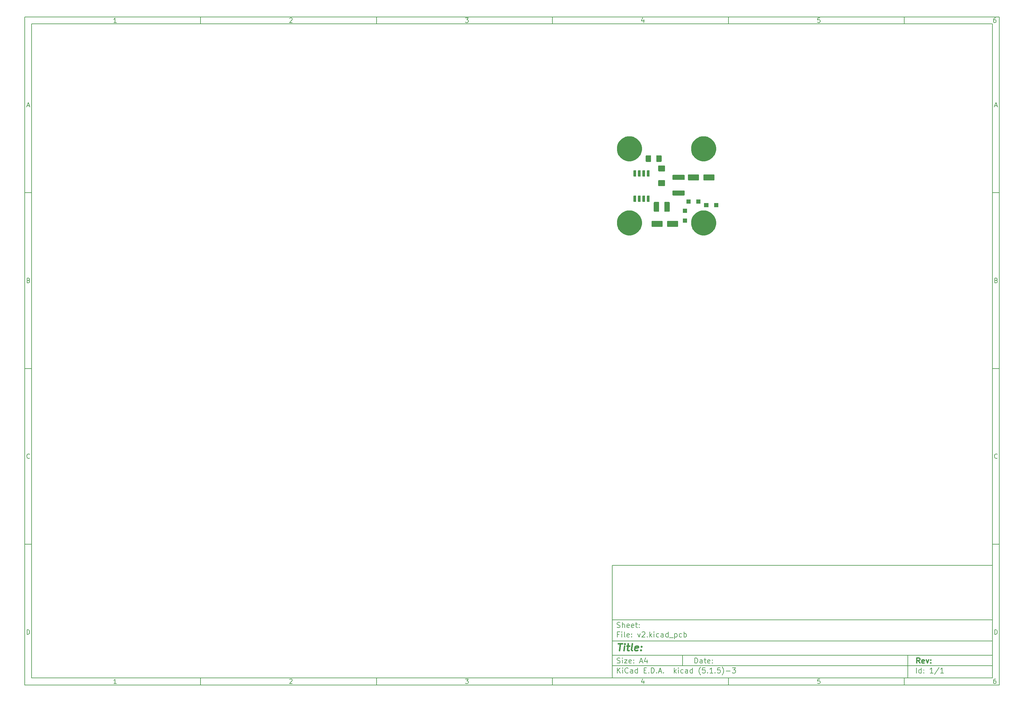
<source format=gbr>
G04 #@! TF.GenerationSoftware,KiCad,Pcbnew,(5.1.5)-3*
G04 #@! TF.CreationDate,2020-05-09T15:27:07-04:00*
G04 #@! TF.ProjectId,v2,76322e6b-6963-4616-945f-706362585858,rev?*
G04 #@! TF.SameCoordinates,Original*
G04 #@! TF.FileFunction,Soldermask,Top*
G04 #@! TF.FilePolarity,Negative*
%FSLAX46Y46*%
G04 Gerber Fmt 4.6, Leading zero omitted, Abs format (unit mm)*
G04 Created by KiCad (PCBNEW (5.1.5)-3) date 2020-05-09 15:27:07*
%MOMM*%
%LPD*%
G04 APERTURE LIST*
%ADD10C,0.100000*%
%ADD11C,0.150000*%
%ADD12C,0.300000*%
%ADD13C,0.400000*%
G04 APERTURE END LIST*
D10*
D11*
X177002200Y-166007200D02*
X177002200Y-198007200D01*
X285002200Y-198007200D01*
X285002200Y-166007200D01*
X177002200Y-166007200D01*
D10*
D11*
X10000000Y-10000000D02*
X10000000Y-200007200D01*
X287002200Y-200007200D01*
X287002200Y-10000000D01*
X10000000Y-10000000D01*
D10*
D11*
X12000000Y-12000000D02*
X12000000Y-198007200D01*
X285002200Y-198007200D01*
X285002200Y-12000000D01*
X12000000Y-12000000D01*
D10*
D11*
X60000000Y-12000000D02*
X60000000Y-10000000D01*
D10*
D11*
X110000000Y-12000000D02*
X110000000Y-10000000D01*
D10*
D11*
X160000000Y-12000000D02*
X160000000Y-10000000D01*
D10*
D11*
X210000000Y-12000000D02*
X210000000Y-10000000D01*
D10*
D11*
X260000000Y-12000000D02*
X260000000Y-10000000D01*
D10*
D11*
X36065476Y-11588095D02*
X35322619Y-11588095D01*
X35694047Y-11588095D02*
X35694047Y-10288095D01*
X35570238Y-10473809D01*
X35446428Y-10597619D01*
X35322619Y-10659523D01*
D10*
D11*
X85322619Y-10411904D02*
X85384523Y-10350000D01*
X85508333Y-10288095D01*
X85817857Y-10288095D01*
X85941666Y-10350000D01*
X86003571Y-10411904D01*
X86065476Y-10535714D01*
X86065476Y-10659523D01*
X86003571Y-10845238D01*
X85260714Y-11588095D01*
X86065476Y-11588095D01*
D10*
D11*
X135260714Y-10288095D02*
X136065476Y-10288095D01*
X135632142Y-10783333D01*
X135817857Y-10783333D01*
X135941666Y-10845238D01*
X136003571Y-10907142D01*
X136065476Y-11030952D01*
X136065476Y-11340476D01*
X136003571Y-11464285D01*
X135941666Y-11526190D01*
X135817857Y-11588095D01*
X135446428Y-11588095D01*
X135322619Y-11526190D01*
X135260714Y-11464285D01*
D10*
D11*
X185941666Y-10721428D02*
X185941666Y-11588095D01*
X185632142Y-10226190D02*
X185322619Y-11154761D01*
X186127380Y-11154761D01*
D10*
D11*
X236003571Y-10288095D02*
X235384523Y-10288095D01*
X235322619Y-10907142D01*
X235384523Y-10845238D01*
X235508333Y-10783333D01*
X235817857Y-10783333D01*
X235941666Y-10845238D01*
X236003571Y-10907142D01*
X236065476Y-11030952D01*
X236065476Y-11340476D01*
X236003571Y-11464285D01*
X235941666Y-11526190D01*
X235817857Y-11588095D01*
X235508333Y-11588095D01*
X235384523Y-11526190D01*
X235322619Y-11464285D01*
D10*
D11*
X285941666Y-10288095D02*
X285694047Y-10288095D01*
X285570238Y-10350000D01*
X285508333Y-10411904D01*
X285384523Y-10597619D01*
X285322619Y-10845238D01*
X285322619Y-11340476D01*
X285384523Y-11464285D01*
X285446428Y-11526190D01*
X285570238Y-11588095D01*
X285817857Y-11588095D01*
X285941666Y-11526190D01*
X286003571Y-11464285D01*
X286065476Y-11340476D01*
X286065476Y-11030952D01*
X286003571Y-10907142D01*
X285941666Y-10845238D01*
X285817857Y-10783333D01*
X285570238Y-10783333D01*
X285446428Y-10845238D01*
X285384523Y-10907142D01*
X285322619Y-11030952D01*
D10*
D11*
X60000000Y-198007200D02*
X60000000Y-200007200D01*
D10*
D11*
X110000000Y-198007200D02*
X110000000Y-200007200D01*
D10*
D11*
X160000000Y-198007200D02*
X160000000Y-200007200D01*
D10*
D11*
X210000000Y-198007200D02*
X210000000Y-200007200D01*
D10*
D11*
X260000000Y-198007200D02*
X260000000Y-200007200D01*
D10*
D11*
X36065476Y-199595295D02*
X35322619Y-199595295D01*
X35694047Y-199595295D02*
X35694047Y-198295295D01*
X35570238Y-198481009D01*
X35446428Y-198604819D01*
X35322619Y-198666723D01*
D10*
D11*
X85322619Y-198419104D02*
X85384523Y-198357200D01*
X85508333Y-198295295D01*
X85817857Y-198295295D01*
X85941666Y-198357200D01*
X86003571Y-198419104D01*
X86065476Y-198542914D01*
X86065476Y-198666723D01*
X86003571Y-198852438D01*
X85260714Y-199595295D01*
X86065476Y-199595295D01*
D10*
D11*
X135260714Y-198295295D02*
X136065476Y-198295295D01*
X135632142Y-198790533D01*
X135817857Y-198790533D01*
X135941666Y-198852438D01*
X136003571Y-198914342D01*
X136065476Y-199038152D01*
X136065476Y-199347676D01*
X136003571Y-199471485D01*
X135941666Y-199533390D01*
X135817857Y-199595295D01*
X135446428Y-199595295D01*
X135322619Y-199533390D01*
X135260714Y-199471485D01*
D10*
D11*
X185941666Y-198728628D02*
X185941666Y-199595295D01*
X185632142Y-198233390D02*
X185322619Y-199161961D01*
X186127380Y-199161961D01*
D10*
D11*
X236003571Y-198295295D02*
X235384523Y-198295295D01*
X235322619Y-198914342D01*
X235384523Y-198852438D01*
X235508333Y-198790533D01*
X235817857Y-198790533D01*
X235941666Y-198852438D01*
X236003571Y-198914342D01*
X236065476Y-199038152D01*
X236065476Y-199347676D01*
X236003571Y-199471485D01*
X235941666Y-199533390D01*
X235817857Y-199595295D01*
X235508333Y-199595295D01*
X235384523Y-199533390D01*
X235322619Y-199471485D01*
D10*
D11*
X285941666Y-198295295D02*
X285694047Y-198295295D01*
X285570238Y-198357200D01*
X285508333Y-198419104D01*
X285384523Y-198604819D01*
X285322619Y-198852438D01*
X285322619Y-199347676D01*
X285384523Y-199471485D01*
X285446428Y-199533390D01*
X285570238Y-199595295D01*
X285817857Y-199595295D01*
X285941666Y-199533390D01*
X286003571Y-199471485D01*
X286065476Y-199347676D01*
X286065476Y-199038152D01*
X286003571Y-198914342D01*
X285941666Y-198852438D01*
X285817857Y-198790533D01*
X285570238Y-198790533D01*
X285446428Y-198852438D01*
X285384523Y-198914342D01*
X285322619Y-199038152D01*
D10*
D11*
X10000000Y-60000000D02*
X12000000Y-60000000D01*
D10*
D11*
X10000000Y-110000000D02*
X12000000Y-110000000D01*
D10*
D11*
X10000000Y-160000000D02*
X12000000Y-160000000D01*
D10*
D11*
X10690476Y-35216666D02*
X11309523Y-35216666D01*
X10566666Y-35588095D02*
X11000000Y-34288095D01*
X11433333Y-35588095D01*
D10*
D11*
X11092857Y-84907142D02*
X11278571Y-84969047D01*
X11340476Y-85030952D01*
X11402380Y-85154761D01*
X11402380Y-85340476D01*
X11340476Y-85464285D01*
X11278571Y-85526190D01*
X11154761Y-85588095D01*
X10659523Y-85588095D01*
X10659523Y-84288095D01*
X11092857Y-84288095D01*
X11216666Y-84350000D01*
X11278571Y-84411904D01*
X11340476Y-84535714D01*
X11340476Y-84659523D01*
X11278571Y-84783333D01*
X11216666Y-84845238D01*
X11092857Y-84907142D01*
X10659523Y-84907142D01*
D10*
D11*
X11402380Y-135464285D02*
X11340476Y-135526190D01*
X11154761Y-135588095D01*
X11030952Y-135588095D01*
X10845238Y-135526190D01*
X10721428Y-135402380D01*
X10659523Y-135278571D01*
X10597619Y-135030952D01*
X10597619Y-134845238D01*
X10659523Y-134597619D01*
X10721428Y-134473809D01*
X10845238Y-134350000D01*
X11030952Y-134288095D01*
X11154761Y-134288095D01*
X11340476Y-134350000D01*
X11402380Y-134411904D01*
D10*
D11*
X10659523Y-185588095D02*
X10659523Y-184288095D01*
X10969047Y-184288095D01*
X11154761Y-184350000D01*
X11278571Y-184473809D01*
X11340476Y-184597619D01*
X11402380Y-184845238D01*
X11402380Y-185030952D01*
X11340476Y-185278571D01*
X11278571Y-185402380D01*
X11154761Y-185526190D01*
X10969047Y-185588095D01*
X10659523Y-185588095D01*
D10*
D11*
X287002200Y-60000000D02*
X285002200Y-60000000D01*
D10*
D11*
X287002200Y-110000000D02*
X285002200Y-110000000D01*
D10*
D11*
X287002200Y-160000000D02*
X285002200Y-160000000D01*
D10*
D11*
X285692676Y-35216666D02*
X286311723Y-35216666D01*
X285568866Y-35588095D02*
X286002200Y-34288095D01*
X286435533Y-35588095D01*
D10*
D11*
X286095057Y-84907142D02*
X286280771Y-84969047D01*
X286342676Y-85030952D01*
X286404580Y-85154761D01*
X286404580Y-85340476D01*
X286342676Y-85464285D01*
X286280771Y-85526190D01*
X286156961Y-85588095D01*
X285661723Y-85588095D01*
X285661723Y-84288095D01*
X286095057Y-84288095D01*
X286218866Y-84350000D01*
X286280771Y-84411904D01*
X286342676Y-84535714D01*
X286342676Y-84659523D01*
X286280771Y-84783333D01*
X286218866Y-84845238D01*
X286095057Y-84907142D01*
X285661723Y-84907142D01*
D10*
D11*
X286404580Y-135464285D02*
X286342676Y-135526190D01*
X286156961Y-135588095D01*
X286033152Y-135588095D01*
X285847438Y-135526190D01*
X285723628Y-135402380D01*
X285661723Y-135278571D01*
X285599819Y-135030952D01*
X285599819Y-134845238D01*
X285661723Y-134597619D01*
X285723628Y-134473809D01*
X285847438Y-134350000D01*
X286033152Y-134288095D01*
X286156961Y-134288095D01*
X286342676Y-134350000D01*
X286404580Y-134411904D01*
D10*
D11*
X285661723Y-185588095D02*
X285661723Y-184288095D01*
X285971247Y-184288095D01*
X286156961Y-184350000D01*
X286280771Y-184473809D01*
X286342676Y-184597619D01*
X286404580Y-184845238D01*
X286404580Y-185030952D01*
X286342676Y-185278571D01*
X286280771Y-185402380D01*
X286156961Y-185526190D01*
X285971247Y-185588095D01*
X285661723Y-185588095D01*
D10*
D11*
X200434342Y-193785771D02*
X200434342Y-192285771D01*
X200791485Y-192285771D01*
X201005771Y-192357200D01*
X201148628Y-192500057D01*
X201220057Y-192642914D01*
X201291485Y-192928628D01*
X201291485Y-193142914D01*
X201220057Y-193428628D01*
X201148628Y-193571485D01*
X201005771Y-193714342D01*
X200791485Y-193785771D01*
X200434342Y-193785771D01*
X202577200Y-193785771D02*
X202577200Y-193000057D01*
X202505771Y-192857200D01*
X202362914Y-192785771D01*
X202077200Y-192785771D01*
X201934342Y-192857200D01*
X202577200Y-193714342D02*
X202434342Y-193785771D01*
X202077200Y-193785771D01*
X201934342Y-193714342D01*
X201862914Y-193571485D01*
X201862914Y-193428628D01*
X201934342Y-193285771D01*
X202077200Y-193214342D01*
X202434342Y-193214342D01*
X202577200Y-193142914D01*
X203077200Y-192785771D02*
X203648628Y-192785771D01*
X203291485Y-192285771D02*
X203291485Y-193571485D01*
X203362914Y-193714342D01*
X203505771Y-193785771D01*
X203648628Y-193785771D01*
X204720057Y-193714342D02*
X204577200Y-193785771D01*
X204291485Y-193785771D01*
X204148628Y-193714342D01*
X204077200Y-193571485D01*
X204077200Y-193000057D01*
X204148628Y-192857200D01*
X204291485Y-192785771D01*
X204577200Y-192785771D01*
X204720057Y-192857200D01*
X204791485Y-193000057D01*
X204791485Y-193142914D01*
X204077200Y-193285771D01*
X205434342Y-193642914D02*
X205505771Y-193714342D01*
X205434342Y-193785771D01*
X205362914Y-193714342D01*
X205434342Y-193642914D01*
X205434342Y-193785771D01*
X205434342Y-192857200D02*
X205505771Y-192928628D01*
X205434342Y-193000057D01*
X205362914Y-192928628D01*
X205434342Y-192857200D01*
X205434342Y-193000057D01*
D10*
D11*
X177002200Y-194507200D02*
X285002200Y-194507200D01*
D10*
D11*
X178434342Y-196585771D02*
X178434342Y-195085771D01*
X179291485Y-196585771D02*
X178648628Y-195728628D01*
X179291485Y-195085771D02*
X178434342Y-195942914D01*
X179934342Y-196585771D02*
X179934342Y-195585771D01*
X179934342Y-195085771D02*
X179862914Y-195157200D01*
X179934342Y-195228628D01*
X180005771Y-195157200D01*
X179934342Y-195085771D01*
X179934342Y-195228628D01*
X181505771Y-196442914D02*
X181434342Y-196514342D01*
X181220057Y-196585771D01*
X181077200Y-196585771D01*
X180862914Y-196514342D01*
X180720057Y-196371485D01*
X180648628Y-196228628D01*
X180577200Y-195942914D01*
X180577200Y-195728628D01*
X180648628Y-195442914D01*
X180720057Y-195300057D01*
X180862914Y-195157200D01*
X181077200Y-195085771D01*
X181220057Y-195085771D01*
X181434342Y-195157200D01*
X181505771Y-195228628D01*
X182791485Y-196585771D02*
X182791485Y-195800057D01*
X182720057Y-195657200D01*
X182577200Y-195585771D01*
X182291485Y-195585771D01*
X182148628Y-195657200D01*
X182791485Y-196514342D02*
X182648628Y-196585771D01*
X182291485Y-196585771D01*
X182148628Y-196514342D01*
X182077200Y-196371485D01*
X182077200Y-196228628D01*
X182148628Y-196085771D01*
X182291485Y-196014342D01*
X182648628Y-196014342D01*
X182791485Y-195942914D01*
X184148628Y-196585771D02*
X184148628Y-195085771D01*
X184148628Y-196514342D02*
X184005771Y-196585771D01*
X183720057Y-196585771D01*
X183577200Y-196514342D01*
X183505771Y-196442914D01*
X183434342Y-196300057D01*
X183434342Y-195871485D01*
X183505771Y-195728628D01*
X183577200Y-195657200D01*
X183720057Y-195585771D01*
X184005771Y-195585771D01*
X184148628Y-195657200D01*
X186005771Y-195800057D02*
X186505771Y-195800057D01*
X186720057Y-196585771D02*
X186005771Y-196585771D01*
X186005771Y-195085771D01*
X186720057Y-195085771D01*
X187362914Y-196442914D02*
X187434342Y-196514342D01*
X187362914Y-196585771D01*
X187291485Y-196514342D01*
X187362914Y-196442914D01*
X187362914Y-196585771D01*
X188077200Y-196585771D02*
X188077200Y-195085771D01*
X188434342Y-195085771D01*
X188648628Y-195157200D01*
X188791485Y-195300057D01*
X188862914Y-195442914D01*
X188934342Y-195728628D01*
X188934342Y-195942914D01*
X188862914Y-196228628D01*
X188791485Y-196371485D01*
X188648628Y-196514342D01*
X188434342Y-196585771D01*
X188077200Y-196585771D01*
X189577200Y-196442914D02*
X189648628Y-196514342D01*
X189577200Y-196585771D01*
X189505771Y-196514342D01*
X189577200Y-196442914D01*
X189577200Y-196585771D01*
X190220057Y-196157200D02*
X190934342Y-196157200D01*
X190077200Y-196585771D02*
X190577200Y-195085771D01*
X191077200Y-196585771D01*
X191577200Y-196442914D02*
X191648628Y-196514342D01*
X191577200Y-196585771D01*
X191505771Y-196514342D01*
X191577200Y-196442914D01*
X191577200Y-196585771D01*
X194577200Y-196585771D02*
X194577200Y-195085771D01*
X194720057Y-196014342D02*
X195148628Y-196585771D01*
X195148628Y-195585771D02*
X194577200Y-196157200D01*
X195791485Y-196585771D02*
X195791485Y-195585771D01*
X195791485Y-195085771D02*
X195720057Y-195157200D01*
X195791485Y-195228628D01*
X195862914Y-195157200D01*
X195791485Y-195085771D01*
X195791485Y-195228628D01*
X197148628Y-196514342D02*
X197005771Y-196585771D01*
X196720057Y-196585771D01*
X196577200Y-196514342D01*
X196505771Y-196442914D01*
X196434342Y-196300057D01*
X196434342Y-195871485D01*
X196505771Y-195728628D01*
X196577200Y-195657200D01*
X196720057Y-195585771D01*
X197005771Y-195585771D01*
X197148628Y-195657200D01*
X198434342Y-196585771D02*
X198434342Y-195800057D01*
X198362914Y-195657200D01*
X198220057Y-195585771D01*
X197934342Y-195585771D01*
X197791485Y-195657200D01*
X198434342Y-196514342D02*
X198291485Y-196585771D01*
X197934342Y-196585771D01*
X197791485Y-196514342D01*
X197720057Y-196371485D01*
X197720057Y-196228628D01*
X197791485Y-196085771D01*
X197934342Y-196014342D01*
X198291485Y-196014342D01*
X198434342Y-195942914D01*
X199791485Y-196585771D02*
X199791485Y-195085771D01*
X199791485Y-196514342D02*
X199648628Y-196585771D01*
X199362914Y-196585771D01*
X199220057Y-196514342D01*
X199148628Y-196442914D01*
X199077200Y-196300057D01*
X199077200Y-195871485D01*
X199148628Y-195728628D01*
X199220057Y-195657200D01*
X199362914Y-195585771D01*
X199648628Y-195585771D01*
X199791485Y-195657200D01*
X202077200Y-197157200D02*
X202005771Y-197085771D01*
X201862914Y-196871485D01*
X201791485Y-196728628D01*
X201720057Y-196514342D01*
X201648628Y-196157200D01*
X201648628Y-195871485D01*
X201720057Y-195514342D01*
X201791485Y-195300057D01*
X201862914Y-195157200D01*
X202005771Y-194942914D01*
X202077200Y-194871485D01*
X203362914Y-195085771D02*
X202648628Y-195085771D01*
X202577200Y-195800057D01*
X202648628Y-195728628D01*
X202791485Y-195657200D01*
X203148628Y-195657200D01*
X203291485Y-195728628D01*
X203362914Y-195800057D01*
X203434342Y-195942914D01*
X203434342Y-196300057D01*
X203362914Y-196442914D01*
X203291485Y-196514342D01*
X203148628Y-196585771D01*
X202791485Y-196585771D01*
X202648628Y-196514342D01*
X202577200Y-196442914D01*
X204077200Y-196442914D02*
X204148628Y-196514342D01*
X204077200Y-196585771D01*
X204005771Y-196514342D01*
X204077200Y-196442914D01*
X204077200Y-196585771D01*
X205577200Y-196585771D02*
X204720057Y-196585771D01*
X205148628Y-196585771D02*
X205148628Y-195085771D01*
X205005771Y-195300057D01*
X204862914Y-195442914D01*
X204720057Y-195514342D01*
X206220057Y-196442914D02*
X206291485Y-196514342D01*
X206220057Y-196585771D01*
X206148628Y-196514342D01*
X206220057Y-196442914D01*
X206220057Y-196585771D01*
X207648628Y-195085771D02*
X206934342Y-195085771D01*
X206862914Y-195800057D01*
X206934342Y-195728628D01*
X207077200Y-195657200D01*
X207434342Y-195657200D01*
X207577200Y-195728628D01*
X207648628Y-195800057D01*
X207720057Y-195942914D01*
X207720057Y-196300057D01*
X207648628Y-196442914D01*
X207577200Y-196514342D01*
X207434342Y-196585771D01*
X207077200Y-196585771D01*
X206934342Y-196514342D01*
X206862914Y-196442914D01*
X208220057Y-197157200D02*
X208291485Y-197085771D01*
X208434342Y-196871485D01*
X208505771Y-196728628D01*
X208577200Y-196514342D01*
X208648628Y-196157200D01*
X208648628Y-195871485D01*
X208577200Y-195514342D01*
X208505771Y-195300057D01*
X208434342Y-195157200D01*
X208291485Y-194942914D01*
X208220057Y-194871485D01*
X209362914Y-196014342D02*
X210505771Y-196014342D01*
X211077200Y-195085771D02*
X212005771Y-195085771D01*
X211505771Y-195657200D01*
X211720057Y-195657200D01*
X211862914Y-195728628D01*
X211934342Y-195800057D01*
X212005771Y-195942914D01*
X212005771Y-196300057D01*
X211934342Y-196442914D01*
X211862914Y-196514342D01*
X211720057Y-196585771D01*
X211291485Y-196585771D01*
X211148628Y-196514342D01*
X211077200Y-196442914D01*
D10*
D11*
X177002200Y-191507200D02*
X285002200Y-191507200D01*
D10*
D12*
X264411485Y-193785771D02*
X263911485Y-193071485D01*
X263554342Y-193785771D02*
X263554342Y-192285771D01*
X264125771Y-192285771D01*
X264268628Y-192357200D01*
X264340057Y-192428628D01*
X264411485Y-192571485D01*
X264411485Y-192785771D01*
X264340057Y-192928628D01*
X264268628Y-193000057D01*
X264125771Y-193071485D01*
X263554342Y-193071485D01*
X265625771Y-193714342D02*
X265482914Y-193785771D01*
X265197200Y-193785771D01*
X265054342Y-193714342D01*
X264982914Y-193571485D01*
X264982914Y-193000057D01*
X265054342Y-192857200D01*
X265197200Y-192785771D01*
X265482914Y-192785771D01*
X265625771Y-192857200D01*
X265697200Y-193000057D01*
X265697200Y-193142914D01*
X264982914Y-193285771D01*
X266197200Y-192785771D02*
X266554342Y-193785771D01*
X266911485Y-192785771D01*
X267482914Y-193642914D02*
X267554342Y-193714342D01*
X267482914Y-193785771D01*
X267411485Y-193714342D01*
X267482914Y-193642914D01*
X267482914Y-193785771D01*
X267482914Y-192857200D02*
X267554342Y-192928628D01*
X267482914Y-193000057D01*
X267411485Y-192928628D01*
X267482914Y-192857200D01*
X267482914Y-193000057D01*
D10*
D11*
X178362914Y-193714342D02*
X178577200Y-193785771D01*
X178934342Y-193785771D01*
X179077200Y-193714342D01*
X179148628Y-193642914D01*
X179220057Y-193500057D01*
X179220057Y-193357200D01*
X179148628Y-193214342D01*
X179077200Y-193142914D01*
X178934342Y-193071485D01*
X178648628Y-193000057D01*
X178505771Y-192928628D01*
X178434342Y-192857200D01*
X178362914Y-192714342D01*
X178362914Y-192571485D01*
X178434342Y-192428628D01*
X178505771Y-192357200D01*
X178648628Y-192285771D01*
X179005771Y-192285771D01*
X179220057Y-192357200D01*
X179862914Y-193785771D02*
X179862914Y-192785771D01*
X179862914Y-192285771D02*
X179791485Y-192357200D01*
X179862914Y-192428628D01*
X179934342Y-192357200D01*
X179862914Y-192285771D01*
X179862914Y-192428628D01*
X180434342Y-192785771D02*
X181220057Y-192785771D01*
X180434342Y-193785771D01*
X181220057Y-193785771D01*
X182362914Y-193714342D02*
X182220057Y-193785771D01*
X181934342Y-193785771D01*
X181791485Y-193714342D01*
X181720057Y-193571485D01*
X181720057Y-193000057D01*
X181791485Y-192857200D01*
X181934342Y-192785771D01*
X182220057Y-192785771D01*
X182362914Y-192857200D01*
X182434342Y-193000057D01*
X182434342Y-193142914D01*
X181720057Y-193285771D01*
X183077200Y-193642914D02*
X183148628Y-193714342D01*
X183077200Y-193785771D01*
X183005771Y-193714342D01*
X183077200Y-193642914D01*
X183077200Y-193785771D01*
X183077200Y-192857200D02*
X183148628Y-192928628D01*
X183077200Y-193000057D01*
X183005771Y-192928628D01*
X183077200Y-192857200D01*
X183077200Y-193000057D01*
X184862914Y-193357200D02*
X185577200Y-193357200D01*
X184720057Y-193785771D02*
X185220057Y-192285771D01*
X185720057Y-193785771D01*
X186862914Y-192785771D02*
X186862914Y-193785771D01*
X186505771Y-192214342D02*
X186148628Y-193285771D01*
X187077200Y-193285771D01*
D10*
D11*
X263434342Y-196585771D02*
X263434342Y-195085771D01*
X264791485Y-196585771D02*
X264791485Y-195085771D01*
X264791485Y-196514342D02*
X264648628Y-196585771D01*
X264362914Y-196585771D01*
X264220057Y-196514342D01*
X264148628Y-196442914D01*
X264077200Y-196300057D01*
X264077200Y-195871485D01*
X264148628Y-195728628D01*
X264220057Y-195657200D01*
X264362914Y-195585771D01*
X264648628Y-195585771D01*
X264791485Y-195657200D01*
X265505771Y-196442914D02*
X265577200Y-196514342D01*
X265505771Y-196585771D01*
X265434342Y-196514342D01*
X265505771Y-196442914D01*
X265505771Y-196585771D01*
X265505771Y-195657200D02*
X265577200Y-195728628D01*
X265505771Y-195800057D01*
X265434342Y-195728628D01*
X265505771Y-195657200D01*
X265505771Y-195800057D01*
X268148628Y-196585771D02*
X267291485Y-196585771D01*
X267720057Y-196585771D02*
X267720057Y-195085771D01*
X267577200Y-195300057D01*
X267434342Y-195442914D01*
X267291485Y-195514342D01*
X269862914Y-195014342D02*
X268577200Y-196942914D01*
X271148628Y-196585771D02*
X270291485Y-196585771D01*
X270720057Y-196585771D02*
X270720057Y-195085771D01*
X270577200Y-195300057D01*
X270434342Y-195442914D01*
X270291485Y-195514342D01*
D10*
D11*
X177002200Y-187507200D02*
X285002200Y-187507200D01*
D10*
D13*
X178714580Y-188211961D02*
X179857438Y-188211961D01*
X179036009Y-190211961D02*
X179286009Y-188211961D01*
X180274104Y-190211961D02*
X180440771Y-188878628D01*
X180524104Y-188211961D02*
X180416961Y-188307200D01*
X180500295Y-188402438D01*
X180607438Y-188307200D01*
X180524104Y-188211961D01*
X180500295Y-188402438D01*
X181107438Y-188878628D02*
X181869342Y-188878628D01*
X181476485Y-188211961D02*
X181262200Y-189926247D01*
X181333628Y-190116723D01*
X181512200Y-190211961D01*
X181702676Y-190211961D01*
X182655057Y-190211961D02*
X182476485Y-190116723D01*
X182405057Y-189926247D01*
X182619342Y-188211961D01*
X184190771Y-190116723D02*
X183988390Y-190211961D01*
X183607438Y-190211961D01*
X183428866Y-190116723D01*
X183357438Y-189926247D01*
X183452676Y-189164342D01*
X183571723Y-188973866D01*
X183774104Y-188878628D01*
X184155057Y-188878628D01*
X184333628Y-188973866D01*
X184405057Y-189164342D01*
X184381247Y-189354819D01*
X183405057Y-189545295D01*
X185155057Y-190021485D02*
X185238390Y-190116723D01*
X185131247Y-190211961D01*
X185047914Y-190116723D01*
X185155057Y-190021485D01*
X185131247Y-190211961D01*
X185286009Y-188973866D02*
X185369342Y-189069104D01*
X185262200Y-189164342D01*
X185178866Y-189069104D01*
X185286009Y-188973866D01*
X185262200Y-189164342D01*
D10*
D11*
X178934342Y-185600057D02*
X178434342Y-185600057D01*
X178434342Y-186385771D02*
X178434342Y-184885771D01*
X179148628Y-184885771D01*
X179720057Y-186385771D02*
X179720057Y-185385771D01*
X179720057Y-184885771D02*
X179648628Y-184957200D01*
X179720057Y-185028628D01*
X179791485Y-184957200D01*
X179720057Y-184885771D01*
X179720057Y-185028628D01*
X180648628Y-186385771D02*
X180505771Y-186314342D01*
X180434342Y-186171485D01*
X180434342Y-184885771D01*
X181791485Y-186314342D02*
X181648628Y-186385771D01*
X181362914Y-186385771D01*
X181220057Y-186314342D01*
X181148628Y-186171485D01*
X181148628Y-185600057D01*
X181220057Y-185457200D01*
X181362914Y-185385771D01*
X181648628Y-185385771D01*
X181791485Y-185457200D01*
X181862914Y-185600057D01*
X181862914Y-185742914D01*
X181148628Y-185885771D01*
X182505771Y-186242914D02*
X182577200Y-186314342D01*
X182505771Y-186385771D01*
X182434342Y-186314342D01*
X182505771Y-186242914D01*
X182505771Y-186385771D01*
X182505771Y-185457200D02*
X182577200Y-185528628D01*
X182505771Y-185600057D01*
X182434342Y-185528628D01*
X182505771Y-185457200D01*
X182505771Y-185600057D01*
X184220057Y-185385771D02*
X184577200Y-186385771D01*
X184934342Y-185385771D01*
X185434342Y-185028628D02*
X185505771Y-184957200D01*
X185648628Y-184885771D01*
X186005771Y-184885771D01*
X186148628Y-184957200D01*
X186220057Y-185028628D01*
X186291485Y-185171485D01*
X186291485Y-185314342D01*
X186220057Y-185528628D01*
X185362914Y-186385771D01*
X186291485Y-186385771D01*
X186934342Y-186242914D02*
X187005771Y-186314342D01*
X186934342Y-186385771D01*
X186862914Y-186314342D01*
X186934342Y-186242914D01*
X186934342Y-186385771D01*
X187648628Y-186385771D02*
X187648628Y-184885771D01*
X187791485Y-185814342D02*
X188220057Y-186385771D01*
X188220057Y-185385771D02*
X187648628Y-185957200D01*
X188862914Y-186385771D02*
X188862914Y-185385771D01*
X188862914Y-184885771D02*
X188791485Y-184957200D01*
X188862914Y-185028628D01*
X188934342Y-184957200D01*
X188862914Y-184885771D01*
X188862914Y-185028628D01*
X190220057Y-186314342D02*
X190077200Y-186385771D01*
X189791485Y-186385771D01*
X189648628Y-186314342D01*
X189577200Y-186242914D01*
X189505771Y-186100057D01*
X189505771Y-185671485D01*
X189577200Y-185528628D01*
X189648628Y-185457200D01*
X189791485Y-185385771D01*
X190077200Y-185385771D01*
X190220057Y-185457200D01*
X191505771Y-186385771D02*
X191505771Y-185600057D01*
X191434342Y-185457200D01*
X191291485Y-185385771D01*
X191005771Y-185385771D01*
X190862914Y-185457200D01*
X191505771Y-186314342D02*
X191362914Y-186385771D01*
X191005771Y-186385771D01*
X190862914Y-186314342D01*
X190791485Y-186171485D01*
X190791485Y-186028628D01*
X190862914Y-185885771D01*
X191005771Y-185814342D01*
X191362914Y-185814342D01*
X191505771Y-185742914D01*
X192862914Y-186385771D02*
X192862914Y-184885771D01*
X192862914Y-186314342D02*
X192720057Y-186385771D01*
X192434342Y-186385771D01*
X192291485Y-186314342D01*
X192220057Y-186242914D01*
X192148628Y-186100057D01*
X192148628Y-185671485D01*
X192220057Y-185528628D01*
X192291485Y-185457200D01*
X192434342Y-185385771D01*
X192720057Y-185385771D01*
X192862914Y-185457200D01*
X193220057Y-186528628D02*
X194362914Y-186528628D01*
X194720057Y-185385771D02*
X194720057Y-186885771D01*
X194720057Y-185457200D02*
X194862914Y-185385771D01*
X195148628Y-185385771D01*
X195291485Y-185457200D01*
X195362914Y-185528628D01*
X195434342Y-185671485D01*
X195434342Y-186100057D01*
X195362914Y-186242914D01*
X195291485Y-186314342D01*
X195148628Y-186385771D01*
X194862914Y-186385771D01*
X194720057Y-186314342D01*
X196720057Y-186314342D02*
X196577200Y-186385771D01*
X196291485Y-186385771D01*
X196148628Y-186314342D01*
X196077200Y-186242914D01*
X196005771Y-186100057D01*
X196005771Y-185671485D01*
X196077200Y-185528628D01*
X196148628Y-185457200D01*
X196291485Y-185385771D01*
X196577200Y-185385771D01*
X196720057Y-185457200D01*
X197362914Y-186385771D02*
X197362914Y-184885771D01*
X197362914Y-185457200D02*
X197505771Y-185385771D01*
X197791485Y-185385771D01*
X197934342Y-185457200D01*
X198005771Y-185528628D01*
X198077200Y-185671485D01*
X198077200Y-186100057D01*
X198005771Y-186242914D01*
X197934342Y-186314342D01*
X197791485Y-186385771D01*
X197505771Y-186385771D01*
X197362914Y-186314342D01*
D10*
D11*
X177002200Y-181507200D02*
X285002200Y-181507200D01*
D10*
D11*
X178362914Y-183614342D02*
X178577200Y-183685771D01*
X178934342Y-183685771D01*
X179077200Y-183614342D01*
X179148628Y-183542914D01*
X179220057Y-183400057D01*
X179220057Y-183257200D01*
X179148628Y-183114342D01*
X179077200Y-183042914D01*
X178934342Y-182971485D01*
X178648628Y-182900057D01*
X178505771Y-182828628D01*
X178434342Y-182757200D01*
X178362914Y-182614342D01*
X178362914Y-182471485D01*
X178434342Y-182328628D01*
X178505771Y-182257200D01*
X178648628Y-182185771D01*
X179005771Y-182185771D01*
X179220057Y-182257200D01*
X179862914Y-183685771D02*
X179862914Y-182185771D01*
X180505771Y-183685771D02*
X180505771Y-182900057D01*
X180434342Y-182757200D01*
X180291485Y-182685771D01*
X180077200Y-182685771D01*
X179934342Y-182757200D01*
X179862914Y-182828628D01*
X181791485Y-183614342D02*
X181648628Y-183685771D01*
X181362914Y-183685771D01*
X181220057Y-183614342D01*
X181148628Y-183471485D01*
X181148628Y-182900057D01*
X181220057Y-182757200D01*
X181362914Y-182685771D01*
X181648628Y-182685771D01*
X181791485Y-182757200D01*
X181862914Y-182900057D01*
X181862914Y-183042914D01*
X181148628Y-183185771D01*
X183077200Y-183614342D02*
X182934342Y-183685771D01*
X182648628Y-183685771D01*
X182505771Y-183614342D01*
X182434342Y-183471485D01*
X182434342Y-182900057D01*
X182505771Y-182757200D01*
X182648628Y-182685771D01*
X182934342Y-182685771D01*
X183077200Y-182757200D01*
X183148628Y-182900057D01*
X183148628Y-183042914D01*
X182434342Y-183185771D01*
X183577200Y-182685771D02*
X184148628Y-182685771D01*
X183791485Y-182185771D02*
X183791485Y-183471485D01*
X183862914Y-183614342D01*
X184005771Y-183685771D01*
X184148628Y-183685771D01*
X184648628Y-183542914D02*
X184720057Y-183614342D01*
X184648628Y-183685771D01*
X184577200Y-183614342D01*
X184648628Y-183542914D01*
X184648628Y-183685771D01*
X184648628Y-182757200D02*
X184720057Y-182828628D01*
X184648628Y-182900057D01*
X184577200Y-182828628D01*
X184648628Y-182757200D01*
X184648628Y-182900057D01*
D10*
D11*
X197002200Y-191507200D02*
X197002200Y-194507200D01*
D10*
D11*
X261002200Y-191507200D02*
X261002200Y-198007200D01*
D10*
G36*
X203981787Y-65165462D02*
G01*
X204110131Y-65218624D01*
X204628029Y-65433144D01*
X205209631Y-65821758D01*
X205704242Y-66316369D01*
X206092856Y-66897971D01*
X206207541Y-67174845D01*
X206360538Y-67544213D01*
X206497000Y-68230256D01*
X206497000Y-68929744D01*
X206360538Y-69615787D01*
X206340254Y-69664757D01*
X206092856Y-70262029D01*
X205704242Y-70843631D01*
X205209631Y-71338242D01*
X204628029Y-71726856D01*
X204171068Y-71916135D01*
X203981787Y-71994538D01*
X203295744Y-72131000D01*
X202596256Y-72131000D01*
X201910213Y-71994538D01*
X201720932Y-71916135D01*
X201263971Y-71726856D01*
X200682369Y-71338242D01*
X200187758Y-70843631D01*
X199799144Y-70262029D01*
X199551746Y-69664757D01*
X199531462Y-69615787D01*
X199395000Y-68929744D01*
X199395000Y-68230256D01*
X199531462Y-67544213D01*
X199684459Y-67174845D01*
X199799144Y-66897971D01*
X200187758Y-66316369D01*
X200682369Y-65821758D01*
X201263971Y-65433144D01*
X201781869Y-65218624D01*
X201910213Y-65165462D01*
X202596256Y-65029000D01*
X203295744Y-65029000D01*
X203981787Y-65165462D01*
G37*
G36*
X182899787Y-65165462D02*
G01*
X183028131Y-65218624D01*
X183546029Y-65433144D01*
X184127631Y-65821758D01*
X184622242Y-66316369D01*
X185010856Y-66897971D01*
X185125541Y-67174845D01*
X185278538Y-67544213D01*
X185415000Y-68230256D01*
X185415000Y-68929744D01*
X185278538Y-69615787D01*
X185258254Y-69664757D01*
X185010856Y-70262029D01*
X184622242Y-70843631D01*
X184127631Y-71338242D01*
X183546029Y-71726856D01*
X183089068Y-71916135D01*
X182899787Y-71994538D01*
X182213744Y-72131000D01*
X181514256Y-72131000D01*
X180828213Y-71994538D01*
X180638932Y-71916135D01*
X180181971Y-71726856D01*
X179600369Y-71338242D01*
X179105758Y-70843631D01*
X178717144Y-70262029D01*
X178469746Y-69664757D01*
X178449462Y-69615787D01*
X178313000Y-68929744D01*
X178313000Y-68230256D01*
X178449462Y-67544213D01*
X178602459Y-67174845D01*
X178717144Y-66897971D01*
X179105758Y-66316369D01*
X179600369Y-65821758D01*
X180181971Y-65433144D01*
X180699869Y-65218624D01*
X180828213Y-65165462D01*
X181514256Y-65029000D01*
X182213744Y-65029000D01*
X182899787Y-65165462D01*
G37*
G36*
X195543997Y-67987051D02*
G01*
X195577652Y-67997261D01*
X195608665Y-68013838D01*
X195635851Y-68036149D01*
X195658162Y-68063335D01*
X195674739Y-68094348D01*
X195684949Y-68128003D01*
X195689000Y-68169138D01*
X195689000Y-69498862D01*
X195684949Y-69539997D01*
X195674739Y-69573652D01*
X195658162Y-69604665D01*
X195635851Y-69631851D01*
X195608665Y-69654162D01*
X195577652Y-69670739D01*
X195543997Y-69680949D01*
X195502862Y-69685000D01*
X192773138Y-69685000D01*
X192732003Y-69680949D01*
X192698348Y-69670739D01*
X192667335Y-69654162D01*
X192640149Y-69631851D01*
X192617838Y-69604665D01*
X192601261Y-69573652D01*
X192591051Y-69539997D01*
X192587000Y-69498862D01*
X192587000Y-68169138D01*
X192591051Y-68128003D01*
X192601261Y-68094348D01*
X192617838Y-68063335D01*
X192640149Y-68036149D01*
X192667335Y-68013838D01*
X192698348Y-67997261D01*
X192732003Y-67987051D01*
X192773138Y-67983000D01*
X195502862Y-67983000D01*
X195543997Y-67987051D01*
G37*
G36*
X191143997Y-67987051D02*
G01*
X191177652Y-67997261D01*
X191208665Y-68013838D01*
X191235851Y-68036149D01*
X191258162Y-68063335D01*
X191274739Y-68094348D01*
X191284949Y-68128003D01*
X191289000Y-68169138D01*
X191289000Y-69498862D01*
X191284949Y-69539997D01*
X191274739Y-69573652D01*
X191258162Y-69604665D01*
X191235851Y-69631851D01*
X191208665Y-69654162D01*
X191177652Y-69670739D01*
X191143997Y-69680949D01*
X191102862Y-69685000D01*
X188373138Y-69685000D01*
X188332003Y-69680949D01*
X188298348Y-69670739D01*
X188267335Y-69654162D01*
X188240149Y-69631851D01*
X188217838Y-69604665D01*
X188201261Y-69573652D01*
X188191051Y-69539997D01*
X188187000Y-69498862D01*
X188187000Y-68169138D01*
X188191051Y-68128003D01*
X188201261Y-68094348D01*
X188217838Y-68063335D01*
X188240149Y-68036149D01*
X188267335Y-68013838D01*
X188298348Y-67997261D01*
X188332003Y-67987051D01*
X188373138Y-67983000D01*
X191102862Y-67983000D01*
X191143997Y-67987051D01*
G37*
G36*
X198213000Y-68549000D02*
G01*
X197011000Y-68549000D01*
X197011000Y-67347000D01*
X198213000Y-67347000D01*
X198213000Y-68549000D01*
G37*
G36*
X198213000Y-65749000D02*
G01*
X197011000Y-65749000D01*
X197011000Y-64547000D01*
X198213000Y-64547000D01*
X198213000Y-65749000D01*
G37*
G36*
X190170062Y-62636181D02*
G01*
X190204981Y-62646774D01*
X190237163Y-62663976D01*
X190265373Y-62687127D01*
X190288524Y-62715337D01*
X190305726Y-62747519D01*
X190316319Y-62782438D01*
X190320500Y-62824895D01*
X190320500Y-65191105D01*
X190316319Y-65233562D01*
X190305726Y-65268481D01*
X190288524Y-65300663D01*
X190265373Y-65328873D01*
X190237163Y-65352024D01*
X190204981Y-65369226D01*
X190170062Y-65379819D01*
X190127605Y-65384000D01*
X188986395Y-65384000D01*
X188943938Y-65379819D01*
X188909019Y-65369226D01*
X188876837Y-65352024D01*
X188848627Y-65328873D01*
X188825476Y-65300663D01*
X188808274Y-65268481D01*
X188797681Y-65233562D01*
X188793500Y-65191105D01*
X188793500Y-62824895D01*
X188797681Y-62782438D01*
X188808274Y-62747519D01*
X188825476Y-62715337D01*
X188848627Y-62687127D01*
X188876837Y-62663976D01*
X188909019Y-62646774D01*
X188943938Y-62636181D01*
X188986395Y-62632000D01*
X190127605Y-62632000D01*
X190170062Y-62636181D01*
G37*
G36*
X193145062Y-62636181D02*
G01*
X193179981Y-62646774D01*
X193212163Y-62663976D01*
X193240373Y-62687127D01*
X193263524Y-62715337D01*
X193280726Y-62747519D01*
X193291319Y-62782438D01*
X193295500Y-62824895D01*
X193295500Y-65191105D01*
X193291319Y-65233562D01*
X193280726Y-65268481D01*
X193263524Y-65300663D01*
X193240373Y-65328873D01*
X193212163Y-65352024D01*
X193179981Y-65369226D01*
X193145062Y-65379819D01*
X193102605Y-65384000D01*
X191961395Y-65384000D01*
X191918938Y-65379819D01*
X191884019Y-65369226D01*
X191851837Y-65352024D01*
X191823627Y-65328873D01*
X191800476Y-65300663D01*
X191783274Y-65268481D01*
X191772681Y-65233562D01*
X191768500Y-65191105D01*
X191768500Y-62824895D01*
X191772681Y-62782438D01*
X191783274Y-62747519D01*
X191800476Y-62715337D01*
X191823627Y-62687127D01*
X191851837Y-62663976D01*
X191884019Y-62646774D01*
X191918938Y-62636181D01*
X191961395Y-62632000D01*
X193102605Y-62632000D01*
X193145062Y-62636181D01*
G37*
G36*
X207103000Y-64101000D02*
G01*
X205901000Y-64101000D01*
X205901000Y-62899000D01*
X207103000Y-62899000D01*
X207103000Y-64101000D01*
G37*
G36*
X204303000Y-64101000D02*
G01*
X203101000Y-64101000D01*
X203101000Y-62899000D01*
X204303000Y-62899000D01*
X204303000Y-64101000D01*
G37*
G36*
X202029000Y-63085000D02*
G01*
X200827000Y-63085000D01*
X200827000Y-61883000D01*
X202029000Y-61883000D01*
X202029000Y-63085000D01*
G37*
G36*
X199229000Y-63085000D02*
G01*
X198027000Y-63085000D01*
X198027000Y-61883000D01*
X199229000Y-61883000D01*
X199229000Y-63085000D01*
G37*
G36*
X186187928Y-60811264D02*
G01*
X186209009Y-60817660D01*
X186228445Y-60828048D01*
X186245476Y-60842024D01*
X186259452Y-60859055D01*
X186269840Y-60878491D01*
X186276236Y-60899572D01*
X186279000Y-60927640D01*
X186279000Y-62516360D01*
X186276236Y-62544428D01*
X186269840Y-62565509D01*
X186259452Y-62584945D01*
X186245476Y-62601976D01*
X186228445Y-62615952D01*
X186209009Y-62626340D01*
X186187928Y-62632736D01*
X186159860Y-62635500D01*
X185696140Y-62635500D01*
X185668072Y-62632736D01*
X185646991Y-62626340D01*
X185627555Y-62615952D01*
X185610524Y-62601976D01*
X185596548Y-62584945D01*
X185586160Y-62565509D01*
X185579764Y-62544428D01*
X185577000Y-62516360D01*
X185577000Y-60927640D01*
X185579764Y-60899572D01*
X185586160Y-60878491D01*
X185596548Y-60859055D01*
X185610524Y-60842024D01*
X185627555Y-60828048D01*
X185646991Y-60817660D01*
X185668072Y-60811264D01*
X185696140Y-60808500D01*
X186159860Y-60808500D01*
X186187928Y-60811264D01*
G37*
G36*
X183647928Y-60811264D02*
G01*
X183669009Y-60817660D01*
X183688445Y-60828048D01*
X183705476Y-60842024D01*
X183719452Y-60859055D01*
X183729840Y-60878491D01*
X183736236Y-60899572D01*
X183739000Y-60927640D01*
X183739000Y-62516360D01*
X183736236Y-62544428D01*
X183729840Y-62565509D01*
X183719452Y-62584945D01*
X183705476Y-62601976D01*
X183688445Y-62615952D01*
X183669009Y-62626340D01*
X183647928Y-62632736D01*
X183619860Y-62635500D01*
X183156140Y-62635500D01*
X183128072Y-62632736D01*
X183106991Y-62626340D01*
X183087555Y-62615952D01*
X183070524Y-62601976D01*
X183056548Y-62584945D01*
X183046160Y-62565509D01*
X183039764Y-62544428D01*
X183037000Y-62516360D01*
X183037000Y-60927640D01*
X183039764Y-60899572D01*
X183046160Y-60878491D01*
X183056548Y-60859055D01*
X183070524Y-60842024D01*
X183087555Y-60828048D01*
X183106991Y-60817660D01*
X183128072Y-60811264D01*
X183156140Y-60808500D01*
X183619860Y-60808500D01*
X183647928Y-60811264D01*
G37*
G36*
X184917928Y-60811264D02*
G01*
X184939009Y-60817660D01*
X184958445Y-60828048D01*
X184975476Y-60842024D01*
X184989452Y-60859055D01*
X184999840Y-60878491D01*
X185006236Y-60899572D01*
X185009000Y-60927640D01*
X185009000Y-62516360D01*
X185006236Y-62544428D01*
X184999840Y-62565509D01*
X184989452Y-62584945D01*
X184975476Y-62601976D01*
X184958445Y-62615952D01*
X184939009Y-62626340D01*
X184917928Y-62632736D01*
X184889860Y-62635500D01*
X184426140Y-62635500D01*
X184398072Y-62632736D01*
X184376991Y-62626340D01*
X184357555Y-62615952D01*
X184340524Y-62601976D01*
X184326548Y-62584945D01*
X184316160Y-62565509D01*
X184309764Y-62544428D01*
X184307000Y-62516360D01*
X184307000Y-60927640D01*
X184309764Y-60899572D01*
X184316160Y-60878491D01*
X184326548Y-60859055D01*
X184340524Y-60842024D01*
X184357555Y-60828048D01*
X184376991Y-60817660D01*
X184398072Y-60811264D01*
X184426140Y-60808500D01*
X184889860Y-60808500D01*
X184917928Y-60811264D01*
G37*
G36*
X187457928Y-60811264D02*
G01*
X187479009Y-60817660D01*
X187498445Y-60828048D01*
X187515476Y-60842024D01*
X187529452Y-60859055D01*
X187539840Y-60878491D01*
X187546236Y-60899572D01*
X187549000Y-60927640D01*
X187549000Y-62516360D01*
X187546236Y-62544428D01*
X187539840Y-62565509D01*
X187529452Y-62584945D01*
X187515476Y-62601976D01*
X187498445Y-62615952D01*
X187479009Y-62626340D01*
X187457928Y-62632736D01*
X187429860Y-62635500D01*
X186966140Y-62635500D01*
X186938072Y-62632736D01*
X186916991Y-62626340D01*
X186897555Y-62615952D01*
X186880524Y-62601976D01*
X186866548Y-62584945D01*
X186856160Y-62565509D01*
X186849764Y-62544428D01*
X186847000Y-62516360D01*
X186847000Y-60927640D01*
X186849764Y-60899572D01*
X186856160Y-60878491D01*
X186866548Y-60859055D01*
X186880524Y-60842024D01*
X186897555Y-60828048D01*
X186916991Y-60817660D01*
X186938072Y-60811264D01*
X186966140Y-60808500D01*
X187429860Y-60808500D01*
X187457928Y-60811264D01*
G37*
G36*
X197429781Y-59379295D02*
G01*
X197465816Y-59390227D01*
X197499024Y-59407977D01*
X197528134Y-59431866D01*
X197552023Y-59460976D01*
X197569773Y-59494184D01*
X197580705Y-59530219D01*
X197585000Y-59573831D01*
X197585000Y-60578169D01*
X197580705Y-60621781D01*
X197569773Y-60657816D01*
X197552023Y-60691024D01*
X197528134Y-60720134D01*
X197499024Y-60744023D01*
X197465816Y-60761773D01*
X197429781Y-60772705D01*
X197386169Y-60777000D01*
X194281831Y-60777000D01*
X194238219Y-60772705D01*
X194202184Y-60761773D01*
X194168976Y-60744023D01*
X194139866Y-60720134D01*
X194115977Y-60691024D01*
X194098227Y-60657816D01*
X194087295Y-60621781D01*
X194083000Y-60578169D01*
X194083000Y-59573831D01*
X194087295Y-59530219D01*
X194098227Y-59494184D01*
X194115977Y-59460976D01*
X194139866Y-59431866D01*
X194168976Y-59407977D01*
X194202184Y-59390227D01*
X194238219Y-59379295D01*
X194281831Y-59375000D01*
X197386169Y-59375000D01*
X197429781Y-59379295D01*
G37*
G36*
X191813297Y-56426568D02*
G01*
X191847109Y-56436825D01*
X191878279Y-56453486D01*
X191905596Y-56475904D01*
X191928014Y-56503221D01*
X191944675Y-56534391D01*
X191954932Y-56568203D01*
X191959000Y-56609512D01*
X191959000Y-57912488D01*
X191954932Y-57953797D01*
X191944675Y-57987609D01*
X191928014Y-58018779D01*
X191905596Y-58046096D01*
X191878279Y-58068514D01*
X191847109Y-58085175D01*
X191813297Y-58095432D01*
X191771988Y-58099500D01*
X190244012Y-58099500D01*
X190202703Y-58095432D01*
X190168891Y-58085175D01*
X190137721Y-58068514D01*
X190110404Y-58046096D01*
X190087986Y-58018779D01*
X190071325Y-57987609D01*
X190061068Y-57953797D01*
X190057000Y-57912488D01*
X190057000Y-56609512D01*
X190061068Y-56568203D01*
X190071325Y-56534391D01*
X190087986Y-56503221D01*
X190110404Y-56475904D01*
X190137721Y-56453486D01*
X190168891Y-56436825D01*
X190202703Y-56426568D01*
X190244012Y-56422500D01*
X191771988Y-56422500D01*
X191813297Y-56426568D01*
G37*
G36*
X201475997Y-54779051D02*
G01*
X201509652Y-54789261D01*
X201540665Y-54805838D01*
X201567851Y-54828149D01*
X201590162Y-54855335D01*
X201606739Y-54886348D01*
X201616949Y-54920003D01*
X201621000Y-54961138D01*
X201621000Y-56290862D01*
X201616949Y-56331997D01*
X201606739Y-56365652D01*
X201590162Y-56396665D01*
X201567851Y-56423851D01*
X201540665Y-56446162D01*
X201509652Y-56462739D01*
X201475997Y-56472949D01*
X201434862Y-56477000D01*
X198705138Y-56477000D01*
X198664003Y-56472949D01*
X198630348Y-56462739D01*
X198599335Y-56446162D01*
X198572149Y-56423851D01*
X198549838Y-56396665D01*
X198533261Y-56365652D01*
X198523051Y-56331997D01*
X198519000Y-56290862D01*
X198519000Y-54961138D01*
X198523051Y-54920003D01*
X198533261Y-54886348D01*
X198549838Y-54855335D01*
X198572149Y-54828149D01*
X198599335Y-54805838D01*
X198630348Y-54789261D01*
X198664003Y-54779051D01*
X198705138Y-54775000D01*
X201434862Y-54775000D01*
X201475997Y-54779051D01*
G37*
G36*
X205875997Y-54779051D02*
G01*
X205909652Y-54789261D01*
X205940665Y-54805838D01*
X205967851Y-54828149D01*
X205990162Y-54855335D01*
X206006739Y-54886348D01*
X206016949Y-54920003D01*
X206021000Y-54961138D01*
X206021000Y-56290862D01*
X206016949Y-56331997D01*
X206006739Y-56365652D01*
X205990162Y-56396665D01*
X205967851Y-56423851D01*
X205940665Y-56446162D01*
X205909652Y-56462739D01*
X205875997Y-56472949D01*
X205834862Y-56477000D01*
X203105138Y-56477000D01*
X203064003Y-56472949D01*
X203030348Y-56462739D01*
X202999335Y-56446162D01*
X202972149Y-56423851D01*
X202949838Y-56396665D01*
X202933261Y-56365652D01*
X202923051Y-56331997D01*
X202919000Y-56290862D01*
X202919000Y-54961138D01*
X202923051Y-54920003D01*
X202933261Y-54886348D01*
X202949838Y-54855335D01*
X202972149Y-54828149D01*
X202999335Y-54805838D01*
X203030348Y-54789261D01*
X203064003Y-54779051D01*
X203105138Y-54775000D01*
X205834862Y-54775000D01*
X205875997Y-54779051D01*
G37*
G36*
X197429781Y-54929295D02*
G01*
X197465816Y-54940227D01*
X197499024Y-54957977D01*
X197528134Y-54981866D01*
X197552023Y-55010976D01*
X197569773Y-55044184D01*
X197580705Y-55080219D01*
X197585000Y-55123831D01*
X197585000Y-56128169D01*
X197580705Y-56171781D01*
X197569773Y-56207816D01*
X197552023Y-56241024D01*
X197528134Y-56270134D01*
X197499024Y-56294023D01*
X197465816Y-56311773D01*
X197429781Y-56322705D01*
X197386169Y-56327000D01*
X194281831Y-56327000D01*
X194238219Y-56322705D01*
X194202184Y-56311773D01*
X194168976Y-56294023D01*
X194139866Y-56270134D01*
X194115977Y-56241024D01*
X194098227Y-56207816D01*
X194087295Y-56171781D01*
X194083000Y-56128169D01*
X194083000Y-55123831D01*
X194087295Y-55080219D01*
X194098227Y-55044184D01*
X194115977Y-55010976D01*
X194139866Y-54981866D01*
X194168976Y-54957977D01*
X194202184Y-54940227D01*
X194238219Y-54929295D01*
X194281831Y-54925000D01*
X197386169Y-54925000D01*
X197429781Y-54929295D01*
G37*
G36*
X183647928Y-53586264D02*
G01*
X183669009Y-53592660D01*
X183688445Y-53603048D01*
X183705476Y-53617024D01*
X183719452Y-53634055D01*
X183729840Y-53653491D01*
X183736236Y-53674572D01*
X183739000Y-53702640D01*
X183739000Y-55291360D01*
X183736236Y-55319428D01*
X183729840Y-55340509D01*
X183719452Y-55359945D01*
X183705476Y-55376976D01*
X183688445Y-55390952D01*
X183669009Y-55401340D01*
X183647928Y-55407736D01*
X183619860Y-55410500D01*
X183156140Y-55410500D01*
X183128072Y-55407736D01*
X183106991Y-55401340D01*
X183087555Y-55390952D01*
X183070524Y-55376976D01*
X183056548Y-55359945D01*
X183046160Y-55340509D01*
X183039764Y-55319428D01*
X183037000Y-55291360D01*
X183037000Y-53702640D01*
X183039764Y-53674572D01*
X183046160Y-53653491D01*
X183056548Y-53634055D01*
X183070524Y-53617024D01*
X183087555Y-53603048D01*
X183106991Y-53592660D01*
X183128072Y-53586264D01*
X183156140Y-53583500D01*
X183619860Y-53583500D01*
X183647928Y-53586264D01*
G37*
G36*
X187457928Y-53586264D02*
G01*
X187479009Y-53592660D01*
X187498445Y-53603048D01*
X187515476Y-53617024D01*
X187529452Y-53634055D01*
X187539840Y-53653491D01*
X187546236Y-53674572D01*
X187549000Y-53702640D01*
X187549000Y-55291360D01*
X187546236Y-55319428D01*
X187539840Y-55340509D01*
X187529452Y-55359945D01*
X187515476Y-55376976D01*
X187498445Y-55390952D01*
X187479009Y-55401340D01*
X187457928Y-55407736D01*
X187429860Y-55410500D01*
X186966140Y-55410500D01*
X186938072Y-55407736D01*
X186916991Y-55401340D01*
X186897555Y-55390952D01*
X186880524Y-55376976D01*
X186866548Y-55359945D01*
X186856160Y-55340509D01*
X186849764Y-55319428D01*
X186847000Y-55291360D01*
X186847000Y-53702640D01*
X186849764Y-53674572D01*
X186856160Y-53653491D01*
X186866548Y-53634055D01*
X186880524Y-53617024D01*
X186897555Y-53603048D01*
X186916991Y-53592660D01*
X186938072Y-53586264D01*
X186966140Y-53583500D01*
X187429860Y-53583500D01*
X187457928Y-53586264D01*
G37*
G36*
X186187928Y-53586264D02*
G01*
X186209009Y-53592660D01*
X186228445Y-53603048D01*
X186245476Y-53617024D01*
X186259452Y-53634055D01*
X186269840Y-53653491D01*
X186276236Y-53674572D01*
X186279000Y-53702640D01*
X186279000Y-55291360D01*
X186276236Y-55319428D01*
X186269840Y-55340509D01*
X186259452Y-55359945D01*
X186245476Y-55376976D01*
X186228445Y-55390952D01*
X186209009Y-55401340D01*
X186187928Y-55407736D01*
X186159860Y-55410500D01*
X185696140Y-55410500D01*
X185668072Y-55407736D01*
X185646991Y-55401340D01*
X185627555Y-55390952D01*
X185610524Y-55376976D01*
X185596548Y-55359945D01*
X185586160Y-55340509D01*
X185579764Y-55319428D01*
X185577000Y-55291360D01*
X185577000Y-53702640D01*
X185579764Y-53674572D01*
X185586160Y-53653491D01*
X185596548Y-53634055D01*
X185610524Y-53617024D01*
X185627555Y-53603048D01*
X185646991Y-53592660D01*
X185668072Y-53586264D01*
X185696140Y-53583500D01*
X186159860Y-53583500D01*
X186187928Y-53586264D01*
G37*
G36*
X184917928Y-53586264D02*
G01*
X184939009Y-53592660D01*
X184958445Y-53603048D01*
X184975476Y-53617024D01*
X184989452Y-53634055D01*
X184999840Y-53653491D01*
X185006236Y-53674572D01*
X185009000Y-53702640D01*
X185009000Y-55291360D01*
X185006236Y-55319428D01*
X184999840Y-55340509D01*
X184989452Y-55359945D01*
X184975476Y-55376976D01*
X184958445Y-55390952D01*
X184939009Y-55401340D01*
X184917928Y-55407736D01*
X184889860Y-55410500D01*
X184426140Y-55410500D01*
X184398072Y-55407736D01*
X184376991Y-55401340D01*
X184357555Y-55390952D01*
X184340524Y-55376976D01*
X184326548Y-55359945D01*
X184316160Y-55340509D01*
X184309764Y-55319428D01*
X184307000Y-55291360D01*
X184307000Y-53702640D01*
X184309764Y-53674572D01*
X184316160Y-53653491D01*
X184326548Y-53634055D01*
X184340524Y-53617024D01*
X184357555Y-53603048D01*
X184376991Y-53592660D01*
X184398072Y-53586264D01*
X184426140Y-53583500D01*
X184889860Y-53583500D01*
X184917928Y-53586264D01*
G37*
G36*
X191813297Y-52251568D02*
G01*
X191847109Y-52261825D01*
X191878279Y-52278486D01*
X191905596Y-52300904D01*
X191928014Y-52328221D01*
X191944675Y-52359391D01*
X191954932Y-52393203D01*
X191959000Y-52434512D01*
X191959000Y-53737488D01*
X191954932Y-53778797D01*
X191944675Y-53812609D01*
X191928014Y-53843779D01*
X191905596Y-53871096D01*
X191878279Y-53893514D01*
X191847109Y-53910175D01*
X191813297Y-53920432D01*
X191771988Y-53924500D01*
X190244012Y-53924500D01*
X190202703Y-53920432D01*
X190168891Y-53910175D01*
X190137721Y-53893514D01*
X190110404Y-53871096D01*
X190087986Y-53843779D01*
X190071325Y-53812609D01*
X190061068Y-53778797D01*
X190057000Y-53737488D01*
X190057000Y-52434512D01*
X190061068Y-52393203D01*
X190071325Y-52359391D01*
X190087986Y-52328221D01*
X190110404Y-52300904D01*
X190137721Y-52278486D01*
X190168891Y-52261825D01*
X190202703Y-52251568D01*
X190244012Y-52247500D01*
X191771988Y-52247500D01*
X191813297Y-52251568D01*
G37*
G36*
X190859062Y-49370181D02*
G01*
X190893981Y-49380774D01*
X190926163Y-49397976D01*
X190954373Y-49421127D01*
X190977524Y-49449337D01*
X190994726Y-49481519D01*
X191005319Y-49516438D01*
X191009500Y-49558895D01*
X191009500Y-51025105D01*
X191005319Y-51067562D01*
X190994726Y-51102481D01*
X190977524Y-51134663D01*
X190954373Y-51162873D01*
X190926163Y-51186024D01*
X190893981Y-51203226D01*
X190859062Y-51213819D01*
X190816605Y-51218000D01*
X189675395Y-51218000D01*
X189632938Y-51213819D01*
X189598019Y-51203226D01*
X189565837Y-51186024D01*
X189537627Y-51162873D01*
X189514476Y-51134663D01*
X189497274Y-51102481D01*
X189486681Y-51067562D01*
X189482500Y-51025105D01*
X189482500Y-49558895D01*
X189486681Y-49516438D01*
X189497274Y-49481519D01*
X189514476Y-49449337D01*
X189537627Y-49421127D01*
X189565837Y-49397976D01*
X189598019Y-49380774D01*
X189632938Y-49370181D01*
X189675395Y-49366000D01*
X190816605Y-49366000D01*
X190859062Y-49370181D01*
G37*
G36*
X187884062Y-49370181D02*
G01*
X187918981Y-49380774D01*
X187951163Y-49397976D01*
X187979373Y-49421127D01*
X188002524Y-49449337D01*
X188019726Y-49481519D01*
X188030319Y-49516438D01*
X188034500Y-49558895D01*
X188034500Y-51025105D01*
X188030319Y-51067562D01*
X188019726Y-51102481D01*
X188002524Y-51134663D01*
X187979373Y-51162873D01*
X187951163Y-51186024D01*
X187918981Y-51203226D01*
X187884062Y-51213819D01*
X187841605Y-51218000D01*
X186700395Y-51218000D01*
X186657938Y-51213819D01*
X186623019Y-51203226D01*
X186590837Y-51186024D01*
X186562627Y-51162873D01*
X186539476Y-51134663D01*
X186522274Y-51102481D01*
X186511681Y-51067562D01*
X186507500Y-51025105D01*
X186507500Y-49558895D01*
X186511681Y-49516438D01*
X186522274Y-49481519D01*
X186539476Y-49449337D01*
X186562627Y-49421127D01*
X186590837Y-49397976D01*
X186623019Y-49380774D01*
X186657938Y-49370181D01*
X186700395Y-49366000D01*
X187841605Y-49366000D01*
X187884062Y-49370181D01*
G37*
G36*
X182899787Y-44083462D02*
G01*
X182899790Y-44083463D01*
X182899789Y-44083463D01*
X183546029Y-44351144D01*
X184127631Y-44739758D01*
X184622242Y-45234369D01*
X185010856Y-45815971D01*
X185125541Y-46092845D01*
X185278538Y-46462213D01*
X185415000Y-47148256D01*
X185415000Y-47847744D01*
X185278538Y-48533787D01*
X185278537Y-48533789D01*
X185010856Y-49180029D01*
X184622242Y-49761631D01*
X184127631Y-50256242D01*
X183546029Y-50644856D01*
X183089068Y-50834135D01*
X182899787Y-50912538D01*
X182213744Y-51049000D01*
X181514256Y-51049000D01*
X180828213Y-50912538D01*
X180638932Y-50834135D01*
X180181971Y-50644856D01*
X179600369Y-50256242D01*
X179105758Y-49761631D01*
X178717144Y-49180029D01*
X178449463Y-48533789D01*
X178449462Y-48533787D01*
X178313000Y-47847744D01*
X178313000Y-47148256D01*
X178449462Y-46462213D01*
X178602459Y-46092845D01*
X178717144Y-45815971D01*
X179105758Y-45234369D01*
X179600369Y-44739758D01*
X180181971Y-44351144D01*
X180828211Y-44083463D01*
X180828210Y-44083463D01*
X180828213Y-44083462D01*
X181514256Y-43947000D01*
X182213744Y-43947000D01*
X182899787Y-44083462D01*
G37*
G36*
X203981787Y-44083462D02*
G01*
X203981790Y-44083463D01*
X203981789Y-44083463D01*
X204628029Y-44351144D01*
X205209631Y-44739758D01*
X205704242Y-45234369D01*
X206092856Y-45815971D01*
X206207541Y-46092845D01*
X206360538Y-46462213D01*
X206497000Y-47148256D01*
X206497000Y-47847744D01*
X206360538Y-48533787D01*
X206360537Y-48533789D01*
X206092856Y-49180029D01*
X205704242Y-49761631D01*
X205209631Y-50256242D01*
X204628029Y-50644856D01*
X204171068Y-50834135D01*
X203981787Y-50912538D01*
X203295744Y-51049000D01*
X202596256Y-51049000D01*
X201910213Y-50912538D01*
X201720932Y-50834135D01*
X201263971Y-50644856D01*
X200682369Y-50256242D01*
X200187758Y-49761631D01*
X199799144Y-49180029D01*
X199531463Y-48533789D01*
X199531462Y-48533787D01*
X199395000Y-47847744D01*
X199395000Y-47148256D01*
X199531462Y-46462213D01*
X199684459Y-46092845D01*
X199799144Y-45815971D01*
X200187758Y-45234369D01*
X200682369Y-44739758D01*
X201263971Y-44351144D01*
X201910211Y-44083463D01*
X201910210Y-44083463D01*
X201910213Y-44083462D01*
X202596256Y-43947000D01*
X203295744Y-43947000D01*
X203981787Y-44083462D01*
G37*
M02*

</source>
